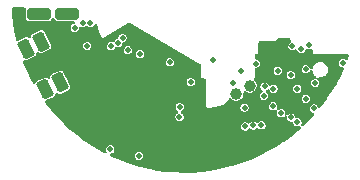
<source format=gbr>
%TF.GenerationSoftware,KiCad,Pcbnew,9.0.0*%
%TF.CreationDate,2025-08-30T10:43:31+02:00*%
%TF.ProjectId,36mm PCB,33366d6d-2050-4434-922e-6b696361645f,rev?*%
%TF.SameCoordinates,Original*%
%TF.FileFunction,Copper,L6,Inr*%
%TF.FilePolarity,Positive*%
%FSLAX46Y46*%
G04 Gerber Fmt 4.6, Leading zero omitted, Abs format (unit mm)*
G04 Created by KiCad (PCBNEW 9.0.0) date 2025-08-30 10:43:31*
%MOMM*%
%LPD*%
G01*
G04 APERTURE LIST*
G04 Aperture macros list*
%AMRoundRect*
0 Rectangle with rounded corners*
0 $1 Rounding radius*
0 $2 $3 $4 $5 $6 $7 $8 $9 X,Y pos of 4 corners*
0 Add a 4 corners polygon primitive as box body*
4,1,4,$2,$3,$4,$5,$6,$7,$8,$9,$2,$3,0*
0 Add four circle primitives for the rounded corners*
1,1,$1+$1,$2,$3*
1,1,$1+$1,$4,$5*
1,1,$1+$1,$6,$7*
1,1,$1+$1,$8,$9*
0 Add four rect primitives between the rounded corners*
20,1,$1+$1,$2,$3,$4,$5,0*
20,1,$1+$1,$4,$5,$6,$7,0*
20,1,$1+$1,$6,$7,$8,$9,0*
20,1,$1+$1,$8,$9,$2,$3,0*%
G04 Aperture macros list end*
%TA.AperFunction,ComponentPad*%
%ADD10RoundRect,0.150000X-0.850000X-0.350000X0.850000X-0.350000X0.850000X0.350000X-0.850000X0.350000X0*%
%TD*%
%TA.AperFunction,ComponentPad*%
%ADD11C,0.500000*%
%TD*%
%TA.AperFunction,ComponentPad*%
%ADD12C,1.000000*%
%TD*%
%TA.AperFunction,ComponentPad*%
%ADD13RoundRect,0.150000X0.591910X-0.441184X0.042506X0.737016X-0.591910X0.441184X-0.042506X-0.737016X0*%
%TD*%
%TA.AperFunction,ViaPad*%
%ADD14C,0.500000*%
%TD*%
G04 APERTURE END LIST*
D10*
%TO.N,GND*%
%TO.C,TP15*%
X190057772Y-114509534D03*
%TD*%
D11*
%TO.N,+3.3V*%
%TO.C,IC6*%
X208542772Y-116831554D03*
%TO.N,I2C1_SDA*%
X210542772Y-117156554D03*
%TO.N,I2C1_SCL*%
X209867772Y-117481554D03*
%TO.N,GND*%
X209117772Y-117264534D03*
%TD*%
D10*
%TO.N,+3V0*%
%TO.C,TP14*%
X187632772Y-114509534D03*
%TD*%
D12*
%TO.N,SYS_SWCLK*%
%TO.C,TP18*%
X205490000Y-120600000D03*
%TD*%
D13*
%TO.N,Net-(C12-Pad2)*%
%TO.C,SW5*%
X189455162Y-120320686D03*
X187849213Y-116876717D03*
%TO.N,+3V0*%
X188186331Y-120912350D03*
X186580382Y-117468382D03*
%TD*%
D12*
%TO.N,SYS_SWDIO*%
%TO.C,TP17*%
X204370000Y-121300000D03*
%TD*%
D14*
%TO.N,I2C1_SDA*%
X199551130Y-123259000D03*
%TO.N,I2C1_SCL*%
X199570000Y-122409000D03*
%TO.N,+3V0*%
X193690000Y-125990000D03*
%TO.N,ADCVBAT*%
X209540000Y-123710000D03*
X194733732Y-116563689D03*
X193750000Y-117280000D03*
%TO.N,+3V0*%
X195190000Y-117600000D03*
%TO.N,GND*%
X206025478Y-118734534D03*
X205110000Y-124060000D03*
X208977772Y-119704534D03*
X209010000Y-123300000D03*
%TO.N,+3.3V*%
X204460000Y-124650000D03*
X199600000Y-121490000D03*
X208490000Y-118950000D03*
X196520000Y-116840000D03*
X212277772Y-118194534D03*
X199590000Y-124350000D03*
%TO.N,NRST*%
X210255935Y-121716592D03*
%TO.N,+3V0*%
X200510000Y-120300000D03*
X208175685Y-122940000D03*
X191740000Y-117240000D03*
%TO.N,Stat*%
X194347311Y-117022689D03*
X196120000Y-126550000D03*
%TO.N,Net-(IC1-MOT2)*%
X202410000Y-118475000D03*
%TO.N,Net-(IC1-MOT1)*%
X204047772Y-120424534D03*
%TO.N,I2C1_SDA*%
X206700000Y-121480000D03*
X196210000Y-117930000D03*
%TO.N,I2C1_SCL*%
X206760000Y-120680000D03*
X198740000Y-118630806D03*
%TO.N,GPIO_Output_Mono*%
X207480000Y-122360000D03*
X192020000Y-115300000D03*
%TO.N,GPIO_EXTI1*%
X205070000Y-122470000D03*
X191370000Y-115300000D03*
%TO.N,GPIO_EXTI9*%
X190680000Y-115700000D03*
X207510000Y-120870000D03*
%TO.N,Tim2_CH3*%
X206492157Y-123967843D03*
X207880000Y-119350000D03*
X210950000Y-122540000D03*
%TO.N,Tim2_CH1*%
X209535196Y-120866133D03*
X205797213Y-123980000D03*
X213391860Y-118690000D03*
%TO.N,Net-(Q4-D_1)*%
X211037772Y-120374534D03*
%TO.N,Net-(Q3-D_1)*%
X210257772Y-119214534D03*
%TO.N,VDD PROG*%
X204770000Y-119390000D03*
%TD*%
%TA.AperFunction,Conductor*%
%TO.N,+3.3V*%
G36*
X186478019Y-114004719D02*
G01*
X186523774Y-114057523D01*
X186533718Y-114126681D01*
X186532596Y-114133233D01*
X186532272Y-114134861D01*
X186532272Y-114884212D01*
X186546804Y-114957269D01*
X186546805Y-114957273D01*
X186557572Y-114973387D01*
X186602171Y-115040135D01*
X186669000Y-115084788D01*
X186685032Y-115095500D01*
X186685036Y-115095501D01*
X186758093Y-115110033D01*
X186758096Y-115110034D01*
X186758098Y-115110034D01*
X188507448Y-115110034D01*
X188507449Y-115110033D01*
X188580512Y-115095500D01*
X188663373Y-115040135D01*
X188718738Y-114957274D01*
X188720110Y-114950379D01*
X188723655Y-114932558D01*
X188756040Y-114870647D01*
X188816755Y-114836073D01*
X188886525Y-114839812D01*
X188943197Y-114880678D01*
X188966889Y-114932558D01*
X188971804Y-114957269D01*
X188971805Y-114957273D01*
X188982572Y-114973387D01*
X189027171Y-115040135D01*
X189094000Y-115084788D01*
X189110032Y-115095500D01*
X189110036Y-115095501D01*
X189183093Y-115110033D01*
X189183096Y-115110034D01*
X190585683Y-115110034D01*
X190652722Y-115129719D01*
X190698477Y-115182523D01*
X190708421Y-115251681D01*
X190679396Y-115315237D01*
X190620618Y-115353011D01*
X190617806Y-115353800D01*
X190544712Y-115373386D01*
X190544711Y-115373386D01*
X190544709Y-115373387D01*
X190544706Y-115373388D01*
X190464794Y-115419526D01*
X190464785Y-115419533D01*
X190399533Y-115484785D01*
X190399526Y-115484794D01*
X190353388Y-115564706D01*
X190353387Y-115564709D01*
X190353386Y-115564711D01*
X190353386Y-115564712D01*
X190329500Y-115653856D01*
X190329500Y-115746144D01*
X190352109Y-115830524D01*
X190353387Y-115835290D01*
X190353388Y-115835293D01*
X190399526Y-115915205D01*
X190399529Y-115915209D01*
X190399531Y-115915212D01*
X190464788Y-115980469D01*
X190464791Y-115980470D01*
X190464794Y-115980473D01*
X190544706Y-116026611D01*
X190544707Y-116026611D01*
X190544712Y-116026614D01*
X190633856Y-116050500D01*
X190633858Y-116050500D01*
X190726142Y-116050500D01*
X190726144Y-116050500D01*
X190815288Y-116026614D01*
X190895212Y-115980469D01*
X190960469Y-115915212D01*
X191006614Y-115835288D01*
X191030500Y-115746144D01*
X191030500Y-115723486D01*
X191050185Y-115656447D01*
X191102989Y-115610692D01*
X191172147Y-115600748D01*
X191216503Y-115616101D01*
X191234708Y-115626612D01*
X191234709Y-115626612D01*
X191234712Y-115626614D01*
X191323856Y-115650500D01*
X191323858Y-115650500D01*
X191416142Y-115650500D01*
X191416144Y-115650500D01*
X191505288Y-115626614D01*
X191585212Y-115580469D01*
X191607319Y-115558362D01*
X191668642Y-115524877D01*
X191738334Y-115529861D01*
X191782681Y-115558362D01*
X191804788Y-115580469D01*
X191804791Y-115580470D01*
X191804794Y-115580473D01*
X191884706Y-115626611D01*
X191884707Y-115626611D01*
X191884712Y-115626614D01*
X191973856Y-115650500D01*
X191973858Y-115650500D01*
X192066142Y-115650500D01*
X192066144Y-115650500D01*
X192155288Y-115626614D01*
X192235212Y-115580469D01*
X192300469Y-115515212D01*
X192346614Y-115435288D01*
X192346614Y-115435285D01*
X192348380Y-115432228D01*
X192398948Y-115384013D01*
X192467555Y-115370791D01*
X192532419Y-115396759D01*
X192572947Y-115453673D01*
X192575188Y-115460845D01*
X192628203Y-115650499D01*
X192650409Y-115729936D01*
X192650411Y-115729945D01*
X192811861Y-116194433D01*
X192811870Y-116194456D01*
X192890104Y-116381266D01*
X192890106Y-116381271D01*
X192896505Y-116396554D01*
X192898214Y-116409527D01*
X192911767Y-116433003D01*
X192914818Y-116440288D01*
X192914822Y-116440295D01*
X192922247Y-116458031D01*
X192926265Y-116463996D01*
X192933361Y-116473206D01*
X192938095Y-116478604D01*
X192953351Y-116490310D01*
X192953354Y-116490313D01*
X192959616Y-116495118D01*
X192978860Y-116514218D01*
X192990980Y-116519185D01*
X193001375Y-116527161D01*
X193001376Y-116527162D01*
X193027575Y-116534182D01*
X193052667Y-116544465D01*
X193065766Y-116544415D01*
X193078423Y-116547807D01*
X193105315Y-116544266D01*
X193132430Y-116544164D01*
X193144512Y-116539105D01*
X193149223Y-116538484D01*
X193157504Y-116537395D01*
X193180992Y-116523834D01*
X193206007Y-116513362D01*
X193215235Y-116504063D01*
X195226343Y-115342949D01*
X195294240Y-115326477D01*
X195350339Y-115342949D01*
X201144816Y-118688392D01*
X201183715Y-118710850D01*
X201205485Y-118726811D01*
X201208694Y-118729752D01*
X201229688Y-118737393D01*
X201249035Y-118748563D01*
X201266804Y-118750902D01*
X201283648Y-118757033D01*
X201286893Y-118756891D01*
X201293800Y-118758595D01*
X201295720Y-118758891D01*
X201295693Y-118759062D01*
X201354728Y-118773631D01*
X201402744Y-118824387D01*
X201416302Y-118881732D01*
X201407771Y-119984533D01*
X201407772Y-119984534D01*
X201659469Y-119984534D01*
X201726508Y-120004219D01*
X201772263Y-120057023D01*
X201783469Y-120108534D01*
X201783469Y-122279830D01*
X201779710Y-122295388D01*
X201783469Y-122319345D01*
X201783469Y-122343590D01*
X201783470Y-122343596D01*
X201783943Y-122344738D01*
X201791880Y-122372957D01*
X201792072Y-122374181D01*
X201792075Y-122374190D01*
X201799673Y-122386629D01*
X201799673Y-122386630D01*
X201804714Y-122394884D01*
X201813993Y-122417284D01*
X201825306Y-122428597D01*
X201833000Y-122441193D01*
X201833002Y-122441195D01*
X201833650Y-122442255D01*
X201833652Y-122442258D01*
X201853247Y-122456538D01*
X201870395Y-122473686D01*
X201885180Y-122479810D01*
X201898114Y-122489236D01*
X201921686Y-122494931D01*
X201944087Y-122504210D01*
X201960088Y-122504210D01*
X201974445Y-122507679D01*
X201975167Y-122507853D01*
X201975645Y-122507968D01*
X201975646Y-122507969D01*
X201975646Y-122507968D01*
X201975647Y-122507969D01*
X201990051Y-122505708D01*
X202009271Y-122504210D01*
X202023850Y-122504210D01*
X202023851Y-122504210D01*
X202024994Y-122503736D01*
X202053232Y-122495793D01*
X202080551Y-122491506D01*
X202185540Y-122475033D01*
X202397469Y-122435888D01*
X202462613Y-122423856D01*
X204719500Y-122423856D01*
X204719500Y-122516144D01*
X204738256Y-122586144D01*
X204743387Y-122605290D01*
X204743388Y-122605293D01*
X204789526Y-122685205D01*
X204789529Y-122685209D01*
X204789531Y-122685212D01*
X204854788Y-122750469D01*
X204854791Y-122750470D01*
X204854794Y-122750473D01*
X204934706Y-122796611D01*
X204934707Y-122796611D01*
X204934712Y-122796614D01*
X205023856Y-122820500D01*
X205023858Y-122820500D01*
X205116142Y-122820500D01*
X205116144Y-122820500D01*
X205205288Y-122796614D01*
X205285212Y-122750469D01*
X205350469Y-122685212D01*
X205396614Y-122605288D01*
X205420500Y-122516144D01*
X205420500Y-122423856D01*
X205396614Y-122334712D01*
X205390888Y-122324794D01*
X205350473Y-122254794D01*
X205350470Y-122254791D01*
X205350469Y-122254788D01*
X205285212Y-122189531D01*
X205285209Y-122189529D01*
X205285205Y-122189526D01*
X205205293Y-122143388D01*
X205205290Y-122143387D01*
X205205289Y-122143386D01*
X205205288Y-122143386D01*
X205116144Y-122119500D01*
X205023856Y-122119500D01*
X204934712Y-122143386D01*
X204934711Y-122143386D01*
X204934709Y-122143387D01*
X204934706Y-122143388D01*
X204854794Y-122189526D01*
X204854785Y-122189533D01*
X204789533Y-122254785D01*
X204789526Y-122254794D01*
X204743388Y-122334706D01*
X204743387Y-122334709D01*
X204743386Y-122334711D01*
X204743386Y-122334712D01*
X204719500Y-122423856D01*
X202462613Y-122423856D01*
X202524926Y-122412347D01*
X202862506Y-122340518D01*
X202977732Y-122312729D01*
X202980460Y-122312127D01*
X203030280Y-122300068D01*
X203030281Y-122300070D01*
X203045439Y-122296401D01*
X203045543Y-122296406D01*
X203045537Y-122296378D01*
X203047878Y-122295812D01*
X203069036Y-122290711D01*
X203069038Y-122290709D01*
X203081483Y-122287708D01*
X203081743Y-122287615D01*
X203115610Y-122279421D01*
X203277092Y-122210484D01*
X203424893Y-122115701D01*
X203554911Y-121997700D01*
X203663540Y-121859755D01*
X203731509Y-121735427D01*
X203780939Y-121686047D01*
X203849219Y-121671229D01*
X203914671Y-121695679D01*
X203927992Y-121707228D01*
X204001284Y-121780520D01*
X204001286Y-121780521D01*
X204001290Y-121780524D01*
X204124884Y-121851880D01*
X204138216Y-121859577D01*
X204290943Y-121900500D01*
X204290945Y-121900500D01*
X204449055Y-121900500D01*
X204449057Y-121900500D01*
X204601784Y-121859577D01*
X204738716Y-121780520D01*
X204850520Y-121668716D01*
X204929577Y-121531784D01*
X204955817Y-121433856D01*
X206349500Y-121433856D01*
X206349500Y-121526144D01*
X206371693Y-121608971D01*
X206373387Y-121615290D01*
X206373388Y-121615293D01*
X206419526Y-121695205D01*
X206419529Y-121695209D01*
X206419531Y-121695212D01*
X206484788Y-121760469D01*
X206484791Y-121760470D01*
X206484794Y-121760473D01*
X206564706Y-121806611D01*
X206564707Y-121806611D01*
X206564712Y-121806614D01*
X206653856Y-121830500D01*
X206653858Y-121830500D01*
X206746142Y-121830500D01*
X206746144Y-121830500D01*
X206835288Y-121806614D01*
X206915212Y-121760469D01*
X206980469Y-121695212D01*
X206994767Y-121670448D01*
X209905435Y-121670448D01*
X209905435Y-121762736D01*
X209923592Y-121830500D01*
X209929322Y-121851882D01*
X209929323Y-121851885D01*
X209975461Y-121931797D01*
X209975464Y-121931801D01*
X209975466Y-121931804D01*
X210040723Y-121997061D01*
X210040726Y-121997062D01*
X210040729Y-121997065D01*
X210120641Y-122043203D01*
X210120642Y-122043203D01*
X210120647Y-122043206D01*
X210209791Y-122067092D01*
X210209793Y-122067092D01*
X210302077Y-122067092D01*
X210302079Y-122067092D01*
X210391223Y-122043206D01*
X210471147Y-121997061D01*
X210536404Y-121931804D01*
X210582549Y-121851880D01*
X210606435Y-121762736D01*
X210606435Y-121670448D01*
X210582549Y-121581304D01*
X210576102Y-121570137D01*
X210536408Y-121501386D01*
X210536405Y-121501383D01*
X210536404Y-121501380D01*
X210471147Y-121436123D01*
X210471144Y-121436121D01*
X210471140Y-121436118D01*
X210391228Y-121389980D01*
X210391225Y-121389979D01*
X210391224Y-121389978D01*
X210391223Y-121389978D01*
X210302079Y-121366092D01*
X210209791Y-121366092D01*
X210120647Y-121389978D01*
X210120646Y-121389978D01*
X210120644Y-121389979D01*
X210120641Y-121389980D01*
X210040729Y-121436118D01*
X210040720Y-121436125D01*
X209975468Y-121501377D01*
X209975461Y-121501386D01*
X209929323Y-121581298D01*
X209929322Y-121581301D01*
X209929321Y-121581303D01*
X209929321Y-121581304D01*
X209905435Y-121670448D01*
X206994767Y-121670448D01*
X207026614Y-121615288D01*
X207050500Y-121526144D01*
X207050500Y-121433856D01*
X207026614Y-121344712D01*
X207026611Y-121344706D01*
X206980473Y-121264794D01*
X206980470Y-121264791D01*
X206980469Y-121264788D01*
X206915212Y-121199531D01*
X206915209Y-121199529D01*
X206910418Y-121195853D01*
X206893007Y-121172008D01*
X206873511Y-121149854D01*
X206872640Y-121144114D01*
X206869216Y-121139424D01*
X206867460Y-121109954D01*
X206863036Y-121080774D01*
X206865407Y-121075474D01*
X206865062Y-121069678D01*
X206879517Y-121043939D01*
X206891572Y-121016998D01*
X206897347Y-121012191D01*
X206899276Y-121008758D01*
X206918067Y-120993681D01*
X206920936Y-120991805D01*
X206975212Y-120960469D01*
X206987151Y-120948529D01*
X206997904Y-120941502D01*
X207019539Y-120934968D01*
X207039378Y-120924134D01*
X207052346Y-120925060D01*
X207064790Y-120921303D01*
X207086523Y-120927503D01*
X207109070Y-120929115D01*
X207119478Y-120936905D01*
X207131979Y-120940472D01*
X207146909Y-120957437D01*
X207165006Y-120970983D01*
X207176330Y-120990869D01*
X207178138Y-120992923D01*
X207178369Y-120994449D01*
X207180307Y-120997852D01*
X207183390Y-121005297D01*
X207229526Y-121085205D01*
X207229529Y-121085209D01*
X207229531Y-121085212D01*
X207294788Y-121150469D01*
X207294791Y-121150470D01*
X207294794Y-121150473D01*
X207374706Y-121196611D01*
X207374707Y-121196611D01*
X207374712Y-121196614D01*
X207463856Y-121220500D01*
X207463858Y-121220500D01*
X207556142Y-121220500D01*
X207556144Y-121220500D01*
X207645288Y-121196614D01*
X207725212Y-121150469D01*
X207790469Y-121085212D01*
X207836614Y-121005288D01*
X207860500Y-120916144D01*
X207860500Y-120823856D01*
X207859464Y-120819989D01*
X209184696Y-120819989D01*
X209184696Y-120912277D01*
X209206508Y-120993681D01*
X209208583Y-121001423D01*
X209208584Y-121001426D01*
X209254722Y-121081338D01*
X209254725Y-121081342D01*
X209254727Y-121081345D01*
X209319984Y-121146602D01*
X209319987Y-121146603D01*
X209319990Y-121146606D01*
X209399902Y-121192744D01*
X209399903Y-121192744D01*
X209399908Y-121192747D01*
X209489052Y-121216633D01*
X209489054Y-121216633D01*
X209581338Y-121216633D01*
X209581340Y-121216633D01*
X209670484Y-121192747D01*
X209750408Y-121146602D01*
X209815665Y-121081345D01*
X209861810Y-121001421D01*
X209885696Y-120912277D01*
X209885696Y-120819989D01*
X209861810Y-120730845D01*
X209859096Y-120726144D01*
X209815669Y-120650927D01*
X209815666Y-120650924D01*
X209815665Y-120650921D01*
X209750408Y-120585664D01*
X209750405Y-120585662D01*
X209750401Y-120585659D01*
X209670489Y-120539521D01*
X209670486Y-120539520D01*
X209670485Y-120539519D01*
X209670484Y-120539519D01*
X209581340Y-120515633D01*
X209489052Y-120515633D01*
X209399908Y-120539519D01*
X209399907Y-120539519D01*
X209399905Y-120539520D01*
X209399902Y-120539521D01*
X209319990Y-120585659D01*
X209319981Y-120585666D01*
X209254729Y-120650918D01*
X209254722Y-120650927D01*
X209208584Y-120730839D01*
X209208583Y-120730842D01*
X209208582Y-120730844D01*
X209208582Y-120730845D01*
X209184696Y-120819989D01*
X207859464Y-120819989D01*
X207836614Y-120734712D01*
X207836611Y-120734706D01*
X207790473Y-120654794D01*
X207790470Y-120654791D01*
X207790469Y-120654788D01*
X207725212Y-120589531D01*
X207725209Y-120589529D01*
X207725205Y-120589526D01*
X207645293Y-120543388D01*
X207645290Y-120543387D01*
X207645289Y-120543386D01*
X207645288Y-120543386D01*
X207556144Y-120519500D01*
X207463856Y-120519500D01*
X207374712Y-120543386D01*
X207374711Y-120543386D01*
X207374709Y-120543387D01*
X207374706Y-120543388D01*
X207294794Y-120589526D01*
X207294782Y-120589536D01*
X207291932Y-120592386D01*
X207288938Y-120594020D01*
X207288342Y-120594478D01*
X207288270Y-120594385D01*
X207230607Y-120625868D01*
X207160916Y-120620879D01*
X207104985Y-120579005D01*
X207089691Y-120552143D01*
X207086615Y-120544716D01*
X207086614Y-120544712D01*
X207086611Y-120544706D01*
X207086610Y-120544704D01*
X207040473Y-120464794D01*
X207040470Y-120464791D01*
X207040469Y-120464788D01*
X206975212Y-120399531D01*
X206975209Y-120399529D01*
X206975205Y-120399526D01*
X206895293Y-120353388D01*
X206895290Y-120353387D01*
X206895289Y-120353386D01*
X206895288Y-120353386D01*
X206806144Y-120329500D01*
X206713856Y-120329500D01*
X206624712Y-120353386D01*
X206624711Y-120353386D01*
X206624709Y-120353387D01*
X206624706Y-120353388D01*
X206544794Y-120399526D01*
X206544785Y-120399533D01*
X206479533Y-120464785D01*
X206479526Y-120464794D01*
X206433388Y-120544706D01*
X206433387Y-120544709D01*
X206433386Y-120544711D01*
X206433386Y-120544712D01*
X206409500Y-120633856D01*
X206409500Y-120726144D01*
X206429162Y-120799525D01*
X206433387Y-120815290D01*
X206433388Y-120815293D01*
X206479526Y-120895205D01*
X206479529Y-120895209D01*
X206479531Y-120895212D01*
X206544788Y-120960469D01*
X206544790Y-120960470D01*
X206549579Y-120964145D01*
X206590782Y-121020573D01*
X206594937Y-121090319D01*
X206560725Y-121151239D01*
X206536096Y-121169906D01*
X206484793Y-121199527D01*
X206484785Y-121199533D01*
X206419533Y-121264785D01*
X206419526Y-121264794D01*
X206373388Y-121344706D01*
X206373387Y-121344709D01*
X206373386Y-121344711D01*
X206373386Y-121344712D01*
X206349500Y-121433856D01*
X204955817Y-121433856D01*
X204970500Y-121379057D01*
X204970500Y-121220943D01*
X204969458Y-121217055D01*
X204969920Y-121203608D01*
X204977805Y-121179807D01*
X204981665Y-121155030D01*
X204988604Y-121147208D01*
X204991893Y-121137283D01*
X205011395Y-121121522D01*
X205028037Y-121102767D01*
X205038103Y-121099939D01*
X205046236Y-121093367D01*
X205071163Y-121090652D01*
X205095303Y-121083871D01*
X205106138Y-121086842D01*
X205115695Y-121085802D01*
X205131998Y-121093934D01*
X205155846Y-121100475D01*
X205231433Y-121144114D01*
X205258216Y-121159577D01*
X205410943Y-121200500D01*
X205410945Y-121200500D01*
X205569055Y-121200500D01*
X205569057Y-121200500D01*
X205721784Y-121159577D01*
X205858716Y-121080520D01*
X205970520Y-120968716D01*
X206049577Y-120831784D01*
X206090500Y-120679057D01*
X206090500Y-120520943D01*
X206049577Y-120368216D01*
X206026584Y-120328390D01*
X205970524Y-120231290D01*
X205970518Y-120231282D01*
X205903452Y-120164216D01*
X205869967Y-120102893D01*
X205874951Y-120033201D01*
X205903452Y-119988854D01*
X205907772Y-119984534D01*
X205907772Y-119303856D01*
X207529500Y-119303856D01*
X207529500Y-119396144D01*
X207547142Y-119461986D01*
X207553387Y-119485290D01*
X207553388Y-119485293D01*
X207599526Y-119565205D01*
X207599529Y-119565209D01*
X207599531Y-119565212D01*
X207664788Y-119630469D01*
X207664791Y-119630470D01*
X207664794Y-119630473D01*
X207744706Y-119676611D01*
X207744707Y-119676611D01*
X207744712Y-119676614D01*
X207833856Y-119700500D01*
X207833858Y-119700500D01*
X207926142Y-119700500D01*
X207926144Y-119700500D01*
X208015288Y-119676614D01*
X208046852Y-119658390D01*
X208627272Y-119658390D01*
X208627272Y-119750678D01*
X208648794Y-119831000D01*
X208651159Y-119839824D01*
X208651160Y-119839827D01*
X208697298Y-119919739D01*
X208697301Y-119919743D01*
X208697303Y-119919746D01*
X208762560Y-119985003D01*
X208762563Y-119985004D01*
X208762566Y-119985007D01*
X208842478Y-120031145D01*
X208842479Y-120031145D01*
X208842484Y-120031148D01*
X208931628Y-120055034D01*
X208931630Y-120055034D01*
X209023914Y-120055034D01*
X209023916Y-120055034D01*
X209113060Y-120031148D01*
X209192984Y-119985003D01*
X209258241Y-119919746D01*
X209304386Y-119839822D01*
X209328272Y-119750678D01*
X209328272Y-119658390D01*
X209304386Y-119569246D01*
X209304212Y-119568944D01*
X209258245Y-119489328D01*
X209258242Y-119489325D01*
X209258241Y-119489322D01*
X209192984Y-119424065D01*
X209192981Y-119424063D01*
X209192977Y-119424060D01*
X209113065Y-119377922D01*
X209113062Y-119377921D01*
X209113061Y-119377920D01*
X209113060Y-119377920D01*
X209023916Y-119354034D01*
X208931628Y-119354034D01*
X208842484Y-119377920D01*
X208842483Y-119377920D01*
X208842481Y-119377921D01*
X208842478Y-119377922D01*
X208762566Y-119424060D01*
X208762557Y-119424067D01*
X208697305Y-119489319D01*
X208697298Y-119489328D01*
X208651160Y-119569240D01*
X208651159Y-119569243D01*
X208651158Y-119569245D01*
X208651158Y-119569246D01*
X208627272Y-119658390D01*
X208046852Y-119658390D01*
X208095212Y-119630469D01*
X208160469Y-119565212D01*
X208206614Y-119485288D01*
X208230500Y-119396144D01*
X208230500Y-119303856D01*
X208206614Y-119214712D01*
X208198330Y-119200364D01*
X208179870Y-119168390D01*
X209907272Y-119168390D01*
X209907272Y-119260678D01*
X209930190Y-119346211D01*
X209931159Y-119349824D01*
X209931160Y-119349827D01*
X209977298Y-119429739D01*
X209977301Y-119429743D01*
X209977303Y-119429746D01*
X210042560Y-119495003D01*
X210042563Y-119495004D01*
X210042566Y-119495007D01*
X210122478Y-119541145D01*
X210122479Y-119541145D01*
X210122484Y-119541148D01*
X210211628Y-119565034D01*
X210211630Y-119565034D01*
X210303914Y-119565034D01*
X210303916Y-119565034D01*
X210393060Y-119541148D01*
X210472984Y-119495003D01*
X210538241Y-119429746D01*
X210584386Y-119349822D01*
X210584387Y-119349815D01*
X210587494Y-119342318D01*
X210589090Y-119342979D01*
X210620319Y-119291725D01*
X210683162Y-119261186D01*
X210752538Y-119269470D01*
X210806423Y-119313947D01*
X210825361Y-119359273D01*
X210842269Y-119444273D01*
X210842271Y-119444278D01*
X210891305Y-119562658D01*
X210891310Y-119562667D01*
X210962495Y-119669202D01*
X210962498Y-119669206D01*
X211053099Y-119759807D01*
X211053103Y-119759810D01*
X211108659Y-119796932D01*
X211153464Y-119850544D01*
X211162171Y-119919869D01*
X211132016Y-119982897D01*
X211072573Y-120019616D01*
X211039768Y-120024034D01*
X210991628Y-120024034D01*
X210902484Y-120047920D01*
X210902483Y-120047920D01*
X210902481Y-120047921D01*
X210902478Y-120047922D01*
X210822566Y-120094060D01*
X210822557Y-120094067D01*
X210757305Y-120159319D01*
X210757298Y-120159328D01*
X210711160Y-120239240D01*
X210711159Y-120239243D01*
X210711158Y-120239245D01*
X210711158Y-120239246D01*
X210687272Y-120328390D01*
X210687272Y-120420678D01*
X210703785Y-120482307D01*
X210711159Y-120509824D01*
X210711160Y-120509827D01*
X210757298Y-120589739D01*
X210757301Y-120589743D01*
X210757303Y-120589746D01*
X210822560Y-120655003D01*
X210822563Y-120655004D01*
X210822566Y-120655007D01*
X210902478Y-120701145D01*
X210902479Y-120701145D01*
X210902484Y-120701148D01*
X210991628Y-120725034D01*
X210991630Y-120725034D01*
X211083914Y-120725034D01*
X211083916Y-120725034D01*
X211173060Y-120701148D01*
X211252984Y-120655003D01*
X211318241Y-120589746D01*
X211364386Y-120509822D01*
X211388272Y-120420678D01*
X211388272Y-120328390D01*
X211364386Y-120239246D01*
X211364383Y-120239240D01*
X211318245Y-120159328D01*
X211318242Y-120159325D01*
X211318241Y-120159322D01*
X211268638Y-120109719D01*
X211235153Y-120048396D01*
X211240137Y-119978704D01*
X211282009Y-119922771D01*
X211347473Y-119898354D01*
X211380511Y-119900421D01*
X211403701Y-119905034D01*
X211403703Y-119905034D01*
X211531843Y-119905034D01*
X211616387Y-119888216D01*
X211657516Y-119880035D01*
X211775899Y-119830999D01*
X211882441Y-119759810D01*
X211973048Y-119669203D01*
X212044237Y-119562661D01*
X212093273Y-119444278D01*
X212102848Y-119396142D01*
X212118272Y-119318605D01*
X212118272Y-119190462D01*
X212093274Y-119064795D01*
X212093273Y-119064794D01*
X212093273Y-119064790D01*
X212055346Y-118973226D01*
X212044238Y-118946409D01*
X212044233Y-118946400D01*
X211973048Y-118839865D01*
X211973045Y-118839861D01*
X211882444Y-118749260D01*
X211882440Y-118749257D01*
X211775905Y-118678072D01*
X211775896Y-118678067D01*
X211657516Y-118629033D01*
X211657510Y-118629031D01*
X211531843Y-118604034D01*
X211531841Y-118604034D01*
X211403703Y-118604034D01*
X211403701Y-118604034D01*
X211278033Y-118629031D01*
X211278027Y-118629033D01*
X211159647Y-118678067D01*
X211159638Y-118678072D01*
X211053103Y-118749257D01*
X211053099Y-118749260D01*
X210962498Y-118839861D01*
X210962495Y-118839865D01*
X210891310Y-118946400D01*
X210891305Y-118946409D01*
X210842271Y-119064789D01*
X210842269Y-119064795D01*
X210834495Y-119103879D01*
X210802110Y-119165790D01*
X210741394Y-119200364D01*
X210671624Y-119196623D01*
X210614952Y-119155757D01*
X210593103Y-119111780D01*
X210590986Y-119103879D01*
X210584386Y-119079246D01*
X210584383Y-119079240D01*
X210538245Y-118999328D01*
X210538242Y-118999325D01*
X210538241Y-118999322D01*
X210472984Y-118934065D01*
X210472981Y-118934063D01*
X210472977Y-118934060D01*
X210393065Y-118887922D01*
X210393062Y-118887921D01*
X210393061Y-118887920D01*
X210393060Y-118887920D01*
X210303916Y-118864034D01*
X210211628Y-118864034D01*
X210122484Y-118887920D01*
X210122483Y-118887920D01*
X210122481Y-118887921D01*
X210122478Y-118887922D01*
X210042566Y-118934060D01*
X210042557Y-118934067D01*
X209977305Y-118999319D01*
X209977298Y-118999328D01*
X209931160Y-119079240D01*
X209931159Y-119079243D01*
X209931158Y-119079245D01*
X209931158Y-119079246D01*
X209907272Y-119168390D01*
X208179870Y-119168390D01*
X208160473Y-119134794D01*
X208160470Y-119134791D01*
X208160469Y-119134788D01*
X208095212Y-119069531D01*
X208095209Y-119069529D01*
X208095205Y-119069526D01*
X208015293Y-119023388D01*
X208015290Y-119023387D01*
X208015289Y-119023386D01*
X208015288Y-119023386D01*
X207926144Y-118999500D01*
X207833856Y-118999500D01*
X207744712Y-119023386D01*
X207744711Y-119023386D01*
X207744709Y-119023387D01*
X207744706Y-119023388D01*
X207664794Y-119069526D01*
X207664785Y-119069533D01*
X207599533Y-119134785D01*
X207599526Y-119134794D01*
X207553388Y-119214706D01*
X207553387Y-119214709D01*
X207553386Y-119214711D01*
X207553386Y-119214712D01*
X207529500Y-119303856D01*
X205907772Y-119303856D01*
X205907772Y-119209034D01*
X205927457Y-119141995D01*
X205980261Y-119096240D01*
X206031772Y-119085034D01*
X206071620Y-119085034D01*
X206071622Y-119085034D01*
X206160766Y-119061148D01*
X206240690Y-119015003D01*
X206305947Y-118949746D01*
X206352092Y-118869822D01*
X206375978Y-118780678D01*
X206375978Y-118688390D01*
X206352092Y-118599246D01*
X206343672Y-118584662D01*
X206305951Y-118519328D01*
X206305948Y-118519325D01*
X206305947Y-118519322D01*
X206240690Y-118454065D01*
X206240687Y-118454063D01*
X206240683Y-118454060D01*
X206160771Y-118407922D01*
X206160768Y-118407921D01*
X206160767Y-118407920D01*
X206160766Y-118407920D01*
X206071622Y-118384034D01*
X206031772Y-118384034D01*
X206023086Y-118381483D01*
X206014125Y-118382772D01*
X205990084Y-118371793D01*
X205964733Y-118364349D01*
X205958805Y-118357508D01*
X205950569Y-118353747D01*
X205936279Y-118331512D01*
X205918978Y-118311545D01*
X205916690Y-118301030D01*
X205912795Y-118294969D01*
X205907772Y-118260034D01*
X205907772Y-118057590D01*
X205927457Y-117990551D01*
X205980261Y-117944796D01*
X206031772Y-117933590D01*
X206074760Y-117933590D01*
X206074762Y-117933590D01*
X206148454Y-117903066D01*
X206204856Y-117846664D01*
X206235380Y-117772972D01*
X206235380Y-116958346D01*
X206255065Y-116891307D01*
X206307869Y-116845552D01*
X206359380Y-116834346D01*
X207545529Y-116834346D01*
X207567534Y-116838226D01*
X207585035Y-116834346D01*
X207602956Y-116834346D01*
X207623596Y-116825796D01*
X207645407Y-116820961D01*
X207660087Y-116810681D01*
X207676648Y-116803822D01*
X207684773Y-116795696D01*
X207701328Y-116781803D01*
X207946931Y-116609832D01*
X208003842Y-116569983D01*
X208070048Y-116547656D01*
X208074965Y-116547558D01*
X208779341Y-116547558D01*
X208782130Y-116548376D01*
X208784954Y-116547685D01*
X208815455Y-116558162D01*
X208846380Y-116567243D01*
X208849117Y-116569725D01*
X208851034Y-116570384D01*
X208858498Y-116578233D01*
X208876634Y-116594681D01*
X208880577Y-116599671D01*
X208927662Y-116673746D01*
X209004032Y-116755910D01*
X209007114Y-116759811D01*
X209018391Y-116787791D01*
X209031869Y-116814773D01*
X209031317Y-116819864D01*
X209033232Y-116824615D01*
X209027592Y-116854245D01*
X209024343Y-116884236D01*
X209021125Y-116888221D01*
X209020168Y-116893253D01*
X208999401Y-116915133D01*
X208980456Y-116938603D01*
X208972102Y-116943897D01*
X208972070Y-116943931D01*
X208972035Y-116943939D01*
X208971823Y-116944074D01*
X208902563Y-116984062D01*
X208902557Y-116984067D01*
X208837305Y-117049319D01*
X208837298Y-117049328D01*
X208791160Y-117129240D01*
X208791159Y-117129243D01*
X208791158Y-117129245D01*
X208791158Y-117129246D01*
X208767272Y-117218390D01*
X208767272Y-117310678D01*
X208787131Y-117384794D01*
X208791159Y-117399824D01*
X208791160Y-117399827D01*
X208837298Y-117479739D01*
X208837301Y-117479743D01*
X208837303Y-117479746D01*
X208902560Y-117545003D01*
X208902563Y-117545004D01*
X208902566Y-117545007D01*
X208982478Y-117591145D01*
X208982479Y-117591145D01*
X208982484Y-117591148D01*
X209071628Y-117615034D01*
X209071630Y-117615034D01*
X209163914Y-117615034D01*
X209163916Y-117615034D01*
X209253060Y-117591148D01*
X209332984Y-117545003D01*
X209332989Y-117544997D01*
X209339430Y-117540056D01*
X209340907Y-117541981D01*
X209391418Y-117514389D01*
X209461110Y-117519362D01*
X209517051Y-117561223D01*
X209537570Y-117603454D01*
X209540121Y-117612972D01*
X209541159Y-117616846D01*
X209541160Y-117616847D01*
X209587298Y-117696759D01*
X209587301Y-117696763D01*
X209587303Y-117696766D01*
X209652560Y-117762023D01*
X209652563Y-117762024D01*
X209652566Y-117762027D01*
X209732478Y-117808165D01*
X209732479Y-117808165D01*
X209732484Y-117808168D01*
X209821628Y-117832054D01*
X209821630Y-117832054D01*
X209913914Y-117832054D01*
X209913916Y-117832054D01*
X210003060Y-117808168D01*
X210082984Y-117762023D01*
X210148241Y-117696766D01*
X210194386Y-117616842D01*
X210212130Y-117550618D01*
X210248493Y-117490961D01*
X210311340Y-117460431D01*
X210380716Y-117468725D01*
X210393904Y-117475327D01*
X210398077Y-117477737D01*
X210407481Y-117483167D01*
X210407483Y-117483167D01*
X210407484Y-117483168D01*
X210496628Y-117507054D01*
X210496630Y-117507054D01*
X210588914Y-117507054D01*
X210588916Y-117507054D01*
X210678060Y-117483168D01*
X210678066Y-117483164D01*
X210680232Y-117482268D01*
X210682212Y-117482055D01*
X210685911Y-117481064D01*
X210686065Y-117481640D01*
X210749702Y-117474799D01*
X210812181Y-117506074D01*
X210847833Y-117566163D01*
X210851685Y-117596829D01*
X210851685Y-117772973D01*
X210869181Y-117815212D01*
X210882209Y-117846664D01*
X210938611Y-117903066D01*
X211012303Y-117933590D01*
X211092067Y-117933590D01*
X213774735Y-117933590D01*
X213841774Y-117953275D01*
X213887529Y-118006079D01*
X213897473Y-118075237D01*
X213892097Y-118097617D01*
X213804435Y-118354647D01*
X213764164Y-118411744D01*
X213699417Y-118438004D01*
X213630751Y-118425091D01*
X213611583Y-118412993D01*
X213607067Y-118409527D01*
X213527153Y-118363388D01*
X213527150Y-118363387D01*
X213527149Y-118363386D01*
X213527148Y-118363386D01*
X213438004Y-118339500D01*
X213345716Y-118339500D01*
X213256572Y-118363386D01*
X213256571Y-118363386D01*
X213256569Y-118363387D01*
X213256566Y-118363388D01*
X213176654Y-118409526D01*
X213176645Y-118409533D01*
X213111393Y-118474785D01*
X213111386Y-118474794D01*
X213065248Y-118554706D01*
X213065247Y-118554709D01*
X213065246Y-118554711D01*
X213065246Y-118554712D01*
X213041360Y-118643856D01*
X213041360Y-118736144D01*
X213053292Y-118780676D01*
X213065247Y-118825290D01*
X213065248Y-118825293D01*
X213111386Y-118905205D01*
X213111389Y-118905209D01*
X213111391Y-118905212D01*
X213176648Y-118970469D01*
X213176651Y-118970470D01*
X213176654Y-118970473D01*
X213256566Y-119016611D01*
X213256567Y-119016611D01*
X213256572Y-119016614D01*
X213345716Y-119040500D01*
X213345724Y-119040500D01*
X213353776Y-119041561D01*
X213353444Y-119044078D01*
X213408298Y-119060185D01*
X213454053Y-119112989D01*
X213463997Y-119182147D01*
X213453936Y-119216268D01*
X213205472Y-119757064D01*
X213202686Y-119762741D01*
X212858379Y-120421396D01*
X212855308Y-120426923D01*
X212477867Y-121067185D01*
X212474518Y-121072548D01*
X212064939Y-121692725D01*
X212061321Y-121697911D01*
X211620655Y-122296409D01*
X211616778Y-122301403D01*
X211492839Y-122452905D01*
X211435155Y-122492330D01*
X211365313Y-122494309D01*
X211305488Y-122458215D01*
X211280141Y-122412042D01*
X211279722Y-122412216D01*
X211278141Y-122408400D01*
X211277088Y-122406481D01*
X211276997Y-122406142D01*
X211276614Y-122404712D01*
X211276611Y-122404706D01*
X211230473Y-122324794D01*
X211230470Y-122324791D01*
X211230469Y-122324788D01*
X211165212Y-122259531D01*
X211165209Y-122259529D01*
X211165205Y-122259526D01*
X211085293Y-122213388D01*
X211085290Y-122213387D01*
X211085289Y-122213386D01*
X211085288Y-122213386D01*
X210996144Y-122189500D01*
X210903856Y-122189500D01*
X210814712Y-122213386D01*
X210814711Y-122213386D01*
X210814709Y-122213387D01*
X210814706Y-122213388D01*
X210734794Y-122259526D01*
X210734785Y-122259533D01*
X210669533Y-122324785D01*
X210669526Y-122324794D01*
X210623388Y-122404706D01*
X210623387Y-122404709D01*
X210623386Y-122404711D01*
X210623386Y-122404712D01*
X210599500Y-122493856D01*
X210599500Y-122586144D01*
X210619589Y-122661118D01*
X210623387Y-122675290D01*
X210623388Y-122675293D01*
X210669526Y-122755205D01*
X210669529Y-122755209D01*
X210669531Y-122755212D01*
X210734788Y-122820469D01*
X210734791Y-122820470D01*
X210734794Y-122820473D01*
X210814706Y-122866611D01*
X210814708Y-122866612D01*
X210814709Y-122866612D01*
X210814712Y-122866614D01*
X210892628Y-122887491D01*
X210952286Y-122923854D01*
X210982816Y-122986701D01*
X210974522Y-123056077D01*
X210952382Y-123090570D01*
X210642737Y-123431972D01*
X210638371Y-123436546D01*
X210111644Y-123960898D01*
X210107050Y-123965243D01*
X210043911Y-124021991D01*
X209980893Y-124052165D01*
X209911565Y-124043477D01*
X209857940Y-123998688D01*
X209837042Y-123932016D01*
X209853636Y-123867765D01*
X209866614Y-123845288D01*
X209890500Y-123756144D01*
X209890500Y-123663856D01*
X209866614Y-123574712D01*
X209866611Y-123574706D01*
X209820473Y-123494794D01*
X209820470Y-123494791D01*
X209820469Y-123494788D01*
X209755212Y-123429531D01*
X209755209Y-123429529D01*
X209755205Y-123429526D01*
X209675293Y-123383388D01*
X209675290Y-123383387D01*
X209675289Y-123383386D01*
X209675288Y-123383386D01*
X209586144Y-123359500D01*
X209493856Y-123359500D01*
X209485729Y-123359500D01*
X209485729Y-123356645D01*
X209430332Y-123347999D01*
X209378082Y-123301612D01*
X209363639Y-123261428D01*
X209362603Y-123261706D01*
X209360500Y-123253856D01*
X209336614Y-123164712D01*
X209336611Y-123164706D01*
X209290473Y-123084794D01*
X209290470Y-123084791D01*
X209290469Y-123084788D01*
X209225212Y-123019531D01*
X209225209Y-123019529D01*
X209225205Y-123019526D01*
X209145293Y-122973388D01*
X209145290Y-122973387D01*
X209145289Y-122973386D01*
X209145288Y-122973386D01*
X209056144Y-122949500D01*
X208963856Y-122949500D01*
X208874712Y-122973386D01*
X208874711Y-122973386D01*
X208874709Y-122973387D01*
X208874706Y-122973388D01*
X208794794Y-123019526D01*
X208794785Y-123019533D01*
X208737866Y-123076453D01*
X208676543Y-123109938D01*
X208606851Y-123104954D01*
X208550918Y-123063082D01*
X208526501Y-122997618D01*
X208526185Y-122988772D01*
X208526185Y-122893858D01*
X208526185Y-122893856D01*
X208502299Y-122804712D01*
X208502296Y-122804706D01*
X208456158Y-122724794D01*
X208456155Y-122724791D01*
X208456154Y-122724788D01*
X208390897Y-122659531D01*
X208390894Y-122659529D01*
X208390890Y-122659526D01*
X208310978Y-122613388D01*
X208310975Y-122613387D01*
X208310974Y-122613386D01*
X208310973Y-122613386D01*
X208221829Y-122589500D01*
X208129541Y-122589500D01*
X208040395Y-122613386D01*
X207985192Y-122645259D01*
X207917291Y-122661732D01*
X207851264Y-122638880D01*
X207808074Y-122583959D01*
X207801432Y-122514405D01*
X207804791Y-122503214D01*
X207804510Y-122503139D01*
X207806614Y-122495288D01*
X207830500Y-122406144D01*
X207830500Y-122313856D01*
X207806614Y-122224712D01*
X207800076Y-122213388D01*
X207760473Y-122144794D01*
X207760470Y-122144791D01*
X207760469Y-122144788D01*
X207695212Y-122079531D01*
X207695209Y-122079529D01*
X207695205Y-122079526D01*
X207615293Y-122033388D01*
X207615290Y-122033387D01*
X207615289Y-122033386D01*
X207615288Y-122033386D01*
X207526144Y-122009500D01*
X207433856Y-122009500D01*
X207344712Y-122033386D01*
X207344711Y-122033386D01*
X207344709Y-122033387D01*
X207344706Y-122033388D01*
X207264794Y-122079526D01*
X207264785Y-122079533D01*
X207199533Y-122144785D01*
X207199526Y-122144794D01*
X207153388Y-122224706D01*
X207153387Y-122224709D01*
X207153386Y-122224711D01*
X207153386Y-122224712D01*
X207129500Y-122313856D01*
X207129500Y-122406144D01*
X207153290Y-122494931D01*
X207153387Y-122495290D01*
X207153388Y-122495293D01*
X207199526Y-122575205D01*
X207199529Y-122575209D01*
X207199531Y-122575212D01*
X207264788Y-122640469D01*
X207264791Y-122640470D01*
X207264794Y-122640473D01*
X207344706Y-122686611D01*
X207344707Y-122686611D01*
X207344712Y-122686614D01*
X207433856Y-122710500D01*
X207433858Y-122710500D01*
X207526142Y-122710500D01*
X207526144Y-122710500D01*
X207615288Y-122686614D01*
X207670494Y-122654739D01*
X207738390Y-122638267D01*
X207804418Y-122661118D01*
X207847610Y-122716038D01*
X207854253Y-122785591D01*
X207850895Y-122796785D01*
X207851175Y-122796861D01*
X207849071Y-122804711D01*
X207849071Y-122804712D01*
X207825185Y-122893856D01*
X207825185Y-122986144D01*
X207845800Y-123063082D01*
X207849072Y-123075290D01*
X207849073Y-123075293D01*
X207895211Y-123155205D01*
X207895214Y-123155209D01*
X207895216Y-123155212D01*
X207960473Y-123220469D01*
X207960476Y-123220470D01*
X207960479Y-123220473D01*
X208040391Y-123266611D01*
X208040392Y-123266611D01*
X208040397Y-123266614D01*
X208129541Y-123290500D01*
X208129543Y-123290500D01*
X208221827Y-123290500D01*
X208221829Y-123290500D01*
X208310973Y-123266614D01*
X208390897Y-123220469D01*
X208447819Y-123163547D01*
X208509142Y-123130062D01*
X208578834Y-123135046D01*
X208634767Y-123176918D01*
X208659184Y-123242382D01*
X208659500Y-123251228D01*
X208659500Y-123253856D01*
X208659500Y-123346144D01*
X208682497Y-123431972D01*
X208683387Y-123435290D01*
X208683388Y-123435293D01*
X208729526Y-123515205D01*
X208729529Y-123515209D01*
X208729531Y-123515212D01*
X208794788Y-123580469D01*
X208794791Y-123580470D01*
X208794794Y-123580473D01*
X208874706Y-123626611D01*
X208874707Y-123626611D01*
X208874712Y-123626614D01*
X208963856Y-123650500D01*
X208963858Y-123650500D01*
X209064271Y-123650500D01*
X209064271Y-123653362D01*
X209119618Y-123661976D01*
X209171888Y-123708340D01*
X209186360Y-123748571D01*
X209187397Y-123748294D01*
X209189500Y-123756142D01*
X209189500Y-123756144D01*
X209213251Y-123844785D01*
X209213387Y-123845290D01*
X209213388Y-123845293D01*
X209259526Y-123925205D01*
X209259529Y-123925209D01*
X209259531Y-123925212D01*
X209324788Y-123990469D01*
X209324791Y-123990470D01*
X209324794Y-123990473D01*
X209404706Y-124036611D01*
X209404707Y-124036611D01*
X209404712Y-124036614D01*
X209493856Y-124060500D01*
X209493858Y-124060500D01*
X209586141Y-124060500D01*
X209586144Y-124060500D01*
X209675288Y-124036614D01*
X209675291Y-124036611D01*
X209677422Y-124036041D01*
X209747272Y-124037704D01*
X209805135Y-124076866D01*
X209832639Y-124141094D01*
X209821053Y-124209997D01*
X209792405Y-124248040D01*
X209554282Y-124462060D01*
X209549474Y-124466166D01*
X208972091Y-124934168D01*
X208967079Y-124938023D01*
X208366590Y-125375985D01*
X208361388Y-125379579D01*
X207739368Y-125786351D01*
X207733989Y-125789676D01*
X207092039Y-126164215D01*
X207086498Y-126167261D01*
X206426268Y-126508600D01*
X206420580Y-126511359D01*
X205743849Y-126818582D01*
X205738026Y-126821049D01*
X205046483Y-127093388D01*
X205040543Y-127095554D01*
X204336016Y-127332287D01*
X204329973Y-127334147D01*
X203614312Y-127534654D01*
X203608182Y-127536204D01*
X202883232Y-127699970D01*
X202877031Y-127701206D01*
X202144660Y-127827806D01*
X202138404Y-127828724D01*
X201400519Y-127917829D01*
X201394224Y-127918426D01*
X200652808Y-127969799D01*
X200646491Y-127970076D01*
X199903354Y-127983587D01*
X199897032Y-127983540D01*
X199154231Y-127959157D01*
X199147918Y-127958789D01*
X198407284Y-127896568D01*
X198400999Y-127895878D01*
X197664526Y-127795987D01*
X197658284Y-127794978D01*
X197056966Y-127681945D01*
X196927821Y-127657668D01*
X196921652Y-127656344D01*
X196701580Y-127603234D01*
X196199189Y-127481990D01*
X196193082Y-127480351D01*
X195480406Y-127269384D01*
X195474391Y-127267435D01*
X194949852Y-127082595D01*
X194773407Y-127020418D01*
X194767517Y-127018172D01*
X194481082Y-126900500D01*
X194080041Y-126735745D01*
X194074256Y-126733194D01*
X193808611Y-126607876D01*
X193808610Y-126607876D01*
X193726889Y-126569324D01*
X193674657Y-126522918D01*
X193669316Y-126503856D01*
X195769500Y-126503856D01*
X195769500Y-126596143D01*
X195793387Y-126685290D01*
X195793388Y-126685293D01*
X195839526Y-126765205D01*
X195839529Y-126765209D01*
X195839531Y-126765212D01*
X195904788Y-126830469D01*
X195904791Y-126830470D01*
X195904794Y-126830473D01*
X195984706Y-126876611D01*
X195984707Y-126876611D01*
X195984712Y-126876614D01*
X196073856Y-126900500D01*
X196073858Y-126900500D01*
X196166142Y-126900500D01*
X196166144Y-126900500D01*
X196255288Y-126876614D01*
X196335212Y-126830469D01*
X196400469Y-126765212D01*
X196446614Y-126685288D01*
X196470500Y-126596144D01*
X196470500Y-126503856D01*
X196446614Y-126414712D01*
X196446611Y-126414706D01*
X196400473Y-126334794D01*
X196400470Y-126334791D01*
X196400469Y-126334788D01*
X196335212Y-126269531D01*
X196335209Y-126269529D01*
X196335205Y-126269526D01*
X196255293Y-126223388D01*
X196255290Y-126223387D01*
X196255289Y-126223386D01*
X196255288Y-126223386D01*
X196166144Y-126199500D01*
X196073856Y-126199500D01*
X195984712Y-126223386D01*
X195984711Y-126223386D01*
X195984709Y-126223387D01*
X195984706Y-126223388D01*
X195904794Y-126269526D01*
X195904785Y-126269533D01*
X195839533Y-126334785D01*
X195839526Y-126334794D01*
X195793388Y-126414706D01*
X195793387Y-126414709D01*
X195793386Y-126414711D01*
X195793386Y-126414712D01*
X195769500Y-126503856D01*
X193669316Y-126503856D01*
X193655805Y-126455640D01*
X193676319Y-126388850D01*
X193729686Y-126343753D01*
X193747689Y-126337406D01*
X193825288Y-126316614D01*
X193905212Y-126270469D01*
X193970469Y-126205212D01*
X194016614Y-126125288D01*
X194040500Y-126036144D01*
X194040500Y-125943856D01*
X194016614Y-125854712D01*
X194016611Y-125854706D01*
X193970473Y-125774794D01*
X193970470Y-125774791D01*
X193970469Y-125774788D01*
X193905212Y-125709531D01*
X193905209Y-125709529D01*
X193905205Y-125709526D01*
X193825293Y-125663388D01*
X193825290Y-125663387D01*
X193825289Y-125663386D01*
X193825288Y-125663386D01*
X193736144Y-125639500D01*
X193643856Y-125639500D01*
X193554712Y-125663386D01*
X193554711Y-125663386D01*
X193554709Y-125663387D01*
X193554706Y-125663388D01*
X193474794Y-125709526D01*
X193474785Y-125709533D01*
X193409533Y-125774785D01*
X193409526Y-125774794D01*
X193363388Y-125854706D01*
X193363387Y-125854709D01*
X193339500Y-125943856D01*
X193339500Y-126036143D01*
X193363387Y-126125290D01*
X193363387Y-126125291D01*
X193371799Y-126139861D01*
X193388272Y-126207762D01*
X193365419Y-126273788D01*
X193310498Y-126316979D01*
X193240944Y-126323620D01*
X193205861Y-126311167D01*
X192741271Y-126062290D01*
X192735777Y-126059164D01*
X192156174Y-125709533D01*
X192099361Y-125675262D01*
X192094040Y-125671864D01*
X192081482Y-125663387D01*
X191478039Y-125256031D01*
X191472890Y-125252361D01*
X190878875Y-124805659D01*
X190873920Y-124801731D01*
X190535498Y-124519115D01*
X190303435Y-124325319D01*
X190298706Y-124321160D01*
X189966699Y-124013856D01*
X204759500Y-124013856D01*
X204759500Y-124106144D01*
X204780108Y-124183055D01*
X204783387Y-124195290D01*
X204783388Y-124195293D01*
X204829526Y-124275205D01*
X204829529Y-124275209D01*
X204829531Y-124275212D01*
X204894788Y-124340469D01*
X204894791Y-124340470D01*
X204894794Y-124340473D01*
X204974706Y-124386611D01*
X204974707Y-124386611D01*
X204974712Y-124386614D01*
X205063856Y-124410500D01*
X205063858Y-124410500D01*
X205156142Y-124410500D01*
X205156144Y-124410500D01*
X205245288Y-124386614D01*
X205325212Y-124340469D01*
X205390469Y-124275212D01*
X205390471Y-124275207D01*
X205393951Y-124270674D01*
X205450377Y-124229470D01*
X205520123Y-124225313D01*
X205575291Y-124255864D01*
X205575555Y-124255522D01*
X205577842Y-124257276D01*
X205580009Y-124258477D01*
X205582001Y-124260469D01*
X205582004Y-124260470D01*
X205582007Y-124260473D01*
X205661919Y-124306611D01*
X205661920Y-124306611D01*
X205661925Y-124306614D01*
X205751069Y-124330500D01*
X205751071Y-124330500D01*
X205843355Y-124330500D01*
X205843357Y-124330500D01*
X205932501Y-124306614D01*
X206012425Y-124260469D01*
X206063083Y-124209810D01*
X206124404Y-124176326D01*
X206194096Y-124181310D01*
X206238444Y-124209811D01*
X206276945Y-124248312D01*
X206276948Y-124248313D01*
X206276951Y-124248316D01*
X206356863Y-124294454D01*
X206356864Y-124294454D01*
X206356869Y-124294457D01*
X206446013Y-124318343D01*
X206446015Y-124318343D01*
X206538299Y-124318343D01*
X206538301Y-124318343D01*
X206627445Y-124294457D01*
X206707369Y-124248312D01*
X206772626Y-124183055D01*
X206818771Y-124103131D01*
X206842657Y-124013987D01*
X206842657Y-123921699D01*
X206818771Y-123832555D01*
X206809392Y-123816310D01*
X206772630Y-123752637D01*
X206772627Y-123752634D01*
X206772626Y-123752631D01*
X206707369Y-123687374D01*
X206707366Y-123687372D01*
X206707362Y-123687369D01*
X206627450Y-123641231D01*
X206627447Y-123641230D01*
X206627446Y-123641229D01*
X206627445Y-123641229D01*
X206538301Y-123617343D01*
X206446013Y-123617343D01*
X206356869Y-123641229D01*
X206356868Y-123641229D01*
X206356866Y-123641230D01*
X206356863Y-123641231D01*
X206276951Y-123687369D01*
X206276941Y-123687377D01*
X206226286Y-123738032D01*
X206164963Y-123771516D01*
X206095271Y-123766531D01*
X206050925Y-123738031D01*
X206012427Y-123699533D01*
X206012425Y-123699531D01*
X206012422Y-123699529D01*
X206012418Y-123699526D01*
X205932506Y-123653388D01*
X205932503Y-123653387D01*
X205932502Y-123653386D01*
X205932501Y-123653386D01*
X205843357Y-123629500D01*
X205751069Y-123629500D01*
X205661925Y-123653386D01*
X205661924Y-123653386D01*
X205661922Y-123653387D01*
X205661919Y-123653388D01*
X205582007Y-123699526D01*
X205581998Y-123699533D01*
X205516742Y-123764789D01*
X205513254Y-123769335D01*
X205456823Y-123810534D01*
X205387076Y-123814683D01*
X205331921Y-123784135D01*
X205331658Y-123784478D01*
X205329369Y-123782721D01*
X205327203Y-123781522D01*
X205325214Y-123779533D01*
X205325212Y-123779531D01*
X205325209Y-123779529D01*
X205325205Y-123779526D01*
X205245293Y-123733388D01*
X205245290Y-123733387D01*
X205245289Y-123733386D01*
X205245288Y-123733386D01*
X205156144Y-123709500D01*
X205063856Y-123709500D01*
X204974712Y-123733386D01*
X204974711Y-123733386D01*
X204974709Y-123733387D01*
X204974706Y-123733388D01*
X204894794Y-123779526D01*
X204894785Y-123779533D01*
X204829533Y-123844785D01*
X204829526Y-123844794D01*
X204783388Y-123924706D01*
X204783387Y-123924709D01*
X204783386Y-123924711D01*
X204783386Y-123924712D01*
X204759500Y-124013856D01*
X189966699Y-124013856D01*
X189753269Y-123816307D01*
X189748742Y-123811898D01*
X189747411Y-123810534D01*
X189229734Y-123279882D01*
X189225437Y-123275246D01*
X189170493Y-123212856D01*
X199200630Y-123212856D01*
X199200630Y-123305144D01*
X199221595Y-123383388D01*
X199224517Y-123394290D01*
X199224518Y-123394293D01*
X199270656Y-123474205D01*
X199270659Y-123474209D01*
X199270661Y-123474212D01*
X199335918Y-123539469D01*
X199335921Y-123539470D01*
X199335924Y-123539473D01*
X199415836Y-123585611D01*
X199415837Y-123585611D01*
X199415842Y-123585614D01*
X199504986Y-123609500D01*
X199504988Y-123609500D01*
X199597272Y-123609500D01*
X199597274Y-123609500D01*
X199686418Y-123585614D01*
X199766342Y-123539469D01*
X199831599Y-123474212D01*
X199877744Y-123394288D01*
X199901630Y-123305144D01*
X199901630Y-123212856D01*
X199877744Y-123123712D01*
X199877741Y-123123706D01*
X199831603Y-123043794D01*
X199831600Y-123043791D01*
X199831599Y-123043788D01*
X199766342Y-122978531D01*
X199766339Y-122978529D01*
X199766335Y-122978526D01*
X199711442Y-122946833D01*
X199663227Y-122896266D01*
X199650005Y-122827658D01*
X199675973Y-122762794D01*
X199711441Y-122732061D01*
X199785212Y-122689469D01*
X199850469Y-122624212D01*
X199896614Y-122544288D01*
X199920500Y-122455144D01*
X199920500Y-122362856D01*
X199896614Y-122273712D01*
X199888428Y-122259533D01*
X199850473Y-122193794D01*
X199850470Y-122193791D01*
X199850469Y-122193788D01*
X199785212Y-122128531D01*
X199785209Y-122128529D01*
X199785205Y-122128526D01*
X199705293Y-122082388D01*
X199705290Y-122082387D01*
X199705289Y-122082386D01*
X199705288Y-122082386D01*
X199616144Y-122058500D01*
X199523856Y-122058500D01*
X199434712Y-122082386D01*
X199434711Y-122082386D01*
X199434709Y-122082387D01*
X199434706Y-122082388D01*
X199354794Y-122128526D01*
X199354785Y-122128533D01*
X199289533Y-122193785D01*
X199289526Y-122193794D01*
X199243388Y-122273706D01*
X199243387Y-122273709D01*
X199243386Y-122273711D01*
X199243386Y-122273712D01*
X199219500Y-122362856D01*
X199219500Y-122455144D01*
X199235844Y-122516142D01*
X199243387Y-122544290D01*
X199243388Y-122544293D01*
X199289526Y-122624205D01*
X199289529Y-122624209D01*
X199289531Y-122624212D01*
X199354788Y-122689469D01*
X199409688Y-122721166D01*
X199457902Y-122771733D01*
X199471124Y-122840340D01*
X199445156Y-122905204D01*
X199409688Y-122935938D01*
X199335921Y-122978529D01*
X199335915Y-122978533D01*
X199270663Y-123043785D01*
X199270656Y-123043794D01*
X199224518Y-123123706D01*
X199224517Y-123123709D01*
X199224516Y-123123711D01*
X199224516Y-123123712D01*
X199200630Y-123212856D01*
X189170493Y-123212856D01*
X188734244Y-122717488D01*
X188730187Y-122712638D01*
X188672890Y-122640469D01*
X188268043Y-122130540D01*
X188264250Y-122125504D01*
X188213855Y-122054919D01*
X188190921Y-121988920D01*
X188207309Y-121921000D01*
X188257817Y-121872722D01*
X188262368Y-121870485D01*
X188285383Y-121859753D01*
X188906469Y-121570136D01*
X188966547Y-121526085D01*
X189018246Y-121440888D01*
X189033405Y-121342393D01*
X189035263Y-121330322D01*
X189036728Y-121330547D01*
X189050204Y-121275940D01*
X189100960Y-121227923D01*
X189169619Y-121214970D01*
X189234381Y-121241192D01*
X189239842Y-121245848D01*
X189240103Y-121246006D01*
X189240105Y-121246009D01*
X189325301Y-121297708D01*
X189423797Y-121312867D01*
X189496160Y-121295160D01*
X190175300Y-120978472D01*
X190235378Y-120934421D01*
X190287077Y-120849224D01*
X190302236Y-120750729D01*
X190284529Y-120678366D01*
X190273635Y-120655003D01*
X190107225Y-120298134D01*
X190086578Y-120253856D01*
X200159500Y-120253856D01*
X200159500Y-120346144D01*
X200180415Y-120424201D01*
X200183387Y-120435290D01*
X200183388Y-120435293D01*
X200229526Y-120515205D01*
X200229529Y-120515209D01*
X200229531Y-120515212D01*
X200294788Y-120580469D01*
X200294791Y-120580470D01*
X200294794Y-120580473D01*
X200374706Y-120626611D01*
X200374707Y-120626611D01*
X200374712Y-120626614D01*
X200463856Y-120650500D01*
X200463858Y-120650500D01*
X200556142Y-120650500D01*
X200556144Y-120650500D01*
X200645288Y-120626614D01*
X200725212Y-120580469D01*
X200790469Y-120515212D01*
X200836614Y-120435288D01*
X200860500Y-120346144D01*
X200860500Y-120253856D01*
X200836614Y-120164712D01*
X200836328Y-120164216D01*
X200790473Y-120084794D01*
X200790470Y-120084791D01*
X200790469Y-120084788D01*
X200725212Y-120019531D01*
X200725209Y-120019529D01*
X200725205Y-120019526D01*
X200645293Y-119973388D01*
X200645290Y-119973387D01*
X200645289Y-119973386D01*
X200645288Y-119973386D01*
X200556144Y-119949500D01*
X200463856Y-119949500D01*
X200374712Y-119973386D01*
X200374711Y-119973386D01*
X200374709Y-119973387D01*
X200374706Y-119973388D01*
X200294794Y-120019526D01*
X200294785Y-120019533D01*
X200229533Y-120084785D01*
X200229526Y-120084794D01*
X200183388Y-120164706D01*
X200183387Y-120164709D01*
X200183386Y-120164711D01*
X200183386Y-120164712D01*
X200159500Y-120253856D01*
X190086578Y-120253856D01*
X189714271Y-119455443D01*
X189714269Y-119455439D01*
X189683425Y-119413373D01*
X189670219Y-119395363D01*
X189585023Y-119343664D01*
X189535775Y-119336084D01*
X189486528Y-119328505D01*
X189486527Y-119328505D01*
X189472301Y-119331985D01*
X189414164Y-119346211D01*
X189414159Y-119346213D01*
X188735026Y-119662898D01*
X188735022Y-119662900D01*
X188674949Y-119706948D01*
X188674945Y-119706952D01*
X188623247Y-119792146D01*
X188623247Y-119792147D01*
X188606230Y-119902714D01*
X188604764Y-119902488D01*
X188591282Y-119957105D01*
X188540522Y-120005117D01*
X188471862Y-120018064D01*
X188407102Y-119991836D01*
X188401653Y-119987189D01*
X188401389Y-119987029D01*
X188401388Y-119987027D01*
X188316192Y-119935328D01*
X188234603Y-119922771D01*
X188217697Y-119920169D01*
X188217696Y-119920169D01*
X188203470Y-119923649D01*
X188145333Y-119937875D01*
X188145328Y-119937877D01*
X187466195Y-120254562D01*
X187466191Y-120254564D01*
X187406118Y-120298612D01*
X187406113Y-120298617D01*
X187353261Y-120385713D01*
X187349535Y-120389112D01*
X187347859Y-120393872D01*
X187323983Y-120412433D01*
X187301654Y-120432813D01*
X187296681Y-120433659D01*
X187292698Y-120436756D01*
X187262581Y-120439463D01*
X187232775Y-120444536D01*
X187228133Y-120442559D01*
X187223109Y-120443011D01*
X187196305Y-120429003D01*
X187168492Y-120417158D01*
X187164441Y-120412351D01*
X187161185Y-120410650D01*
X187139523Y-120382786D01*
X187057081Y-120238140D01*
X187054091Y-120232568D01*
X186997067Y-120119480D01*
X186719452Y-119568927D01*
X186716766Y-119563245D01*
X186416372Y-118883365D01*
X186413990Y-118877578D01*
X186312376Y-118611695D01*
X186310224Y-118584662D01*
X198389500Y-118584662D01*
X198389500Y-118676950D01*
X198411478Y-118758975D01*
X198413387Y-118766096D01*
X198413388Y-118766099D01*
X198459526Y-118846011D01*
X198459529Y-118846015D01*
X198459531Y-118846018D01*
X198524788Y-118911275D01*
X198524791Y-118911276D01*
X198524794Y-118911279D01*
X198604706Y-118957417D01*
X198604707Y-118957417D01*
X198604712Y-118957420D01*
X198693856Y-118981306D01*
X198693858Y-118981306D01*
X198786142Y-118981306D01*
X198786144Y-118981306D01*
X198875288Y-118957420D01*
X198955212Y-118911275D01*
X199020469Y-118846018D01*
X199066614Y-118766094D01*
X199090500Y-118676950D01*
X199090500Y-118584662D01*
X199066614Y-118495518D01*
X199066611Y-118495512D01*
X199020473Y-118415600D01*
X199020470Y-118415597D01*
X199020469Y-118415594D01*
X198955212Y-118350337D01*
X198955209Y-118350335D01*
X198955205Y-118350332D01*
X198875293Y-118304194D01*
X198875290Y-118304193D01*
X198875289Y-118304192D01*
X198875288Y-118304192D01*
X198786144Y-118280306D01*
X198693856Y-118280306D01*
X198604712Y-118304192D01*
X198604711Y-118304192D01*
X198604709Y-118304193D01*
X198604706Y-118304194D01*
X198524794Y-118350332D01*
X198524785Y-118350339D01*
X198459533Y-118415591D01*
X198459526Y-118415600D01*
X198413388Y-118495512D01*
X198413387Y-118495515D01*
X198413386Y-118495517D01*
X198413386Y-118495518D01*
X198389500Y-118584662D01*
X186310224Y-118584662D01*
X186309651Y-118577466D01*
X186306599Y-118543187D01*
X186306880Y-118542650D01*
X186306832Y-118542046D01*
X186323085Y-118511702D01*
X186339010Y-118481290D01*
X186339535Y-118480991D01*
X186339822Y-118480456D01*
X186369900Y-118463716D01*
X186399740Y-118446741D01*
X186400453Y-118446712D01*
X186400874Y-118446479D01*
X186434895Y-118443610D01*
X186448802Y-118444361D01*
X186450521Y-118445404D01*
X186549017Y-118460563D01*
X186621380Y-118442856D01*
X187300520Y-118126168D01*
X187360598Y-118082117D01*
X187412297Y-117996920D01*
X187427456Y-117898425D01*
X187429314Y-117886354D01*
X187430779Y-117886579D01*
X187444255Y-117831970D01*
X187495012Y-117783954D01*
X187563670Y-117771001D01*
X187628432Y-117797224D01*
X187633892Y-117801879D01*
X187634154Y-117802038D01*
X187634156Y-117802040D01*
X187719352Y-117853739D01*
X187817848Y-117868898D01*
X187890211Y-117851191D01*
X188569351Y-117534503D01*
X188629429Y-117490452D01*
X188681128Y-117405255D01*
X188696287Y-117306760D01*
X188678580Y-117234397D01*
X188659675Y-117193856D01*
X191389500Y-117193856D01*
X191389500Y-117286144D01*
X191412823Y-117373188D01*
X191413387Y-117375290D01*
X191413388Y-117375293D01*
X191459526Y-117455205D01*
X191459529Y-117455209D01*
X191459531Y-117455212D01*
X191524788Y-117520469D01*
X191524791Y-117520470D01*
X191524794Y-117520473D01*
X191604706Y-117566611D01*
X191604707Y-117566611D01*
X191604712Y-117566614D01*
X191693856Y-117590500D01*
X191693858Y-117590500D01*
X191786142Y-117590500D01*
X191786144Y-117590500D01*
X191875288Y-117566614D01*
X191955212Y-117520469D01*
X192020469Y-117455212D01*
X192066614Y-117375288D01*
X192090500Y-117286144D01*
X192090500Y-117233856D01*
X193399500Y-117233856D01*
X193399500Y-117326144D01*
X193419243Y-117399827D01*
X193423387Y-117415290D01*
X193423388Y-117415293D01*
X193469526Y-117495205D01*
X193469529Y-117495209D01*
X193469531Y-117495212D01*
X193534788Y-117560469D01*
X193534791Y-117560470D01*
X193534794Y-117560473D01*
X193614706Y-117606611D01*
X193614707Y-117606611D01*
X193614712Y-117606614D01*
X193703856Y-117630500D01*
X193703858Y-117630500D01*
X193796142Y-117630500D01*
X193796144Y-117630500D01*
X193885288Y-117606614D01*
X193965212Y-117560469D01*
X193971825Y-117553856D01*
X194839500Y-117553856D01*
X194839500Y-117646144D01*
X194857892Y-117714785D01*
X194863387Y-117735290D01*
X194863388Y-117735293D01*
X194909526Y-117815205D01*
X194909529Y-117815209D01*
X194909531Y-117815212D01*
X194974788Y-117880469D01*
X194974791Y-117880470D01*
X194974794Y-117880473D01*
X195054706Y-117926611D01*
X195054707Y-117926611D01*
X195054712Y-117926614D01*
X195143856Y-117950500D01*
X195143858Y-117950500D01*
X195236142Y-117950500D01*
X195236144Y-117950500D01*
X195325288Y-117926614D01*
X195399346Y-117883856D01*
X195859500Y-117883856D01*
X195859500Y-117976144D01*
X195881323Y-118057590D01*
X195883387Y-118065290D01*
X195883388Y-118065293D01*
X195929526Y-118145205D01*
X195929529Y-118145209D01*
X195929531Y-118145212D01*
X195994788Y-118210469D01*
X195994791Y-118210470D01*
X195994794Y-118210473D01*
X196074706Y-118256611D01*
X196074707Y-118256611D01*
X196074712Y-118256614D01*
X196163856Y-118280500D01*
X196163858Y-118280500D01*
X196256142Y-118280500D01*
X196256144Y-118280500D01*
X196345288Y-118256614D01*
X196425212Y-118210469D01*
X196490469Y-118145212D01*
X196536614Y-118065288D01*
X196560500Y-117976144D01*
X196560500Y-117883856D01*
X196536614Y-117794712D01*
X196524063Y-117772973D01*
X196490473Y-117714794D01*
X196490470Y-117714791D01*
X196490469Y-117714788D01*
X196425212Y-117649531D01*
X196425209Y-117649529D01*
X196425205Y-117649526D01*
X196345293Y-117603388D01*
X196345290Y-117603387D01*
X196345289Y-117603386D01*
X196345288Y-117603386D01*
X196256144Y-117579500D01*
X196163856Y-117579500D01*
X196074712Y-117603386D01*
X196074711Y-117603386D01*
X196074709Y-117603387D01*
X196074706Y-117603388D01*
X195994794Y-117649526D01*
X195994785Y-117649533D01*
X195929533Y-117714785D01*
X195929526Y-117714794D01*
X195883388Y-117794706D01*
X195883387Y-117794709D01*
X195883386Y-117794711D01*
X195883386Y-117794712D01*
X195859500Y-117883856D01*
X195399346Y-117883856D01*
X195405212Y-117880469D01*
X195470469Y-117815212D01*
X195516614Y-117735288D01*
X195540500Y-117646144D01*
X195540500Y-117553856D01*
X195516614Y-117464712D01*
X195516611Y-117464706D01*
X195470473Y-117384794D01*
X195470470Y-117384791D01*
X195470469Y-117384788D01*
X195405212Y-117319531D01*
X195405209Y-117319529D01*
X195405205Y-117319526D01*
X195325293Y-117273388D01*
X195325290Y-117273387D01*
X195325289Y-117273386D01*
X195325288Y-117273386D01*
X195236144Y-117249500D01*
X195143856Y-117249500D01*
X195054712Y-117273386D01*
X195054711Y-117273386D01*
X195054709Y-117273387D01*
X195054706Y-117273388D01*
X194974794Y-117319526D01*
X194974785Y-117319533D01*
X194909533Y-117384785D01*
X194909526Y-117384794D01*
X194863388Y-117464706D01*
X194863387Y-117464709D01*
X194863386Y-117464711D01*
X194863386Y-117464712D01*
X194839500Y-117553856D01*
X193971825Y-117553856D01*
X194030469Y-117495212D01*
X194076614Y-117415288D01*
X194076614Y-117415286D01*
X194080174Y-117409121D01*
X194130742Y-117360906D01*
X194199349Y-117347684D01*
X194219643Y-117351344D01*
X194301167Y-117373189D01*
X194301170Y-117373189D01*
X194393453Y-117373189D01*
X194393455Y-117373189D01*
X194482599Y-117349303D01*
X194562523Y-117303158D01*
X194627780Y-117237901D01*
X194673925Y-117157977D01*
X194697811Y-117068833D01*
X194697811Y-117031326D01*
X194717496Y-116964287D01*
X194770300Y-116918532D01*
X194789708Y-116911554D01*
X194869020Y-116890303D01*
X194948944Y-116844158D01*
X195014201Y-116778901D01*
X195060346Y-116698977D01*
X195084232Y-116609833D01*
X195084232Y-116517545D01*
X195060346Y-116428401D01*
X195033135Y-116381271D01*
X195014205Y-116348483D01*
X195014202Y-116348480D01*
X195014201Y-116348477D01*
X194948944Y-116283220D01*
X194948941Y-116283218D01*
X194948937Y-116283215D01*
X194869025Y-116237077D01*
X194869022Y-116237076D01*
X194869021Y-116237075D01*
X194869020Y-116237075D01*
X194779876Y-116213189D01*
X194687588Y-116213189D01*
X194598444Y-116237075D01*
X194598443Y-116237075D01*
X194598441Y-116237076D01*
X194598438Y-116237077D01*
X194518526Y-116283215D01*
X194518517Y-116283222D01*
X194453265Y-116348474D01*
X194453258Y-116348483D01*
X194407120Y-116428395D01*
X194407119Y-116428398D01*
X194407118Y-116428400D01*
X194407118Y-116428401D01*
X194384413Y-116513137D01*
X194383232Y-116517545D01*
X194383232Y-116555051D01*
X194363547Y-116622090D01*
X194310743Y-116667845D01*
X194291326Y-116674826D01*
X194212018Y-116696076D01*
X194212017Y-116696077D01*
X194132105Y-116742215D01*
X194132096Y-116742222D01*
X194066844Y-116807474D01*
X194066840Y-116807480D01*
X194017135Y-116893568D01*
X193966567Y-116941783D01*
X193897960Y-116955004D01*
X193877656Y-116951341D01*
X193849874Y-116943897D01*
X193796144Y-116929500D01*
X193703856Y-116929500D01*
X193614712Y-116953386D01*
X193614711Y-116953386D01*
X193614709Y-116953387D01*
X193614706Y-116953388D01*
X193534794Y-116999526D01*
X193534785Y-116999533D01*
X193469533Y-117064785D01*
X193469526Y-117064794D01*
X193423388Y-117144706D01*
X193423387Y-117144709D01*
X193423386Y-117144711D01*
X193423386Y-117144712D01*
X193399500Y-117233856D01*
X192090500Y-117233856D01*
X192090500Y-117193856D01*
X192066614Y-117104712D01*
X192045899Y-117068833D01*
X192020473Y-117024794D01*
X192020470Y-117024791D01*
X192020469Y-117024788D01*
X191955212Y-116959531D01*
X191955209Y-116959529D01*
X191955205Y-116959526D01*
X191875293Y-116913388D01*
X191875290Y-116913387D01*
X191875289Y-116913386D01*
X191875288Y-116913386D01*
X191786144Y-116889500D01*
X191693856Y-116889500D01*
X191604712Y-116913386D01*
X191604711Y-116913386D01*
X191604709Y-116913387D01*
X191604706Y-116913388D01*
X191524794Y-116959526D01*
X191524785Y-116959533D01*
X191459533Y-117024785D01*
X191459526Y-117024794D01*
X191413388Y-117104706D01*
X191413387Y-117104709D01*
X191413386Y-117104711D01*
X191413386Y-117104712D01*
X191389500Y-117193856D01*
X188659675Y-117193856D01*
X188192914Y-116192882D01*
X188108322Y-116011474D01*
X188108320Y-116011470D01*
X188064272Y-115951397D01*
X188064270Y-115951394D01*
X187979074Y-115899695D01*
X187929826Y-115892115D01*
X187880579Y-115884536D01*
X187880578Y-115884536D01*
X187866352Y-115888016D01*
X187808215Y-115902242D01*
X187808210Y-115902244D01*
X187129077Y-116218929D01*
X187129073Y-116218931D01*
X187069000Y-116262979D01*
X187068996Y-116262983D01*
X187017298Y-116348177D01*
X187017298Y-116348178D01*
X187000281Y-116458745D01*
X186998815Y-116458519D01*
X186985333Y-116513137D01*
X186934572Y-116561149D01*
X186865913Y-116574096D01*
X186801153Y-116547868D01*
X186795704Y-116543221D01*
X186795440Y-116543061D01*
X186795439Y-116543059D01*
X186710243Y-116491360D01*
X186660995Y-116483780D01*
X186611748Y-116476201D01*
X186611747Y-116476201D01*
X186601927Y-116478604D01*
X186539384Y-116493907D01*
X186539379Y-116493909D01*
X185887770Y-116797759D01*
X185818692Y-116808251D01*
X185754908Y-116779731D01*
X185716669Y-116721254D01*
X185714143Y-116711475D01*
X185694899Y-116622090D01*
X185563980Y-116013988D01*
X185562818Y-116007833D01*
X185443626Y-115274173D01*
X185442778Y-115267959D01*
X185361139Y-114529188D01*
X185360606Y-114522891D01*
X185357737Y-114474377D01*
X185337514Y-114132360D01*
X185336568Y-114116353D01*
X185352261Y-114048269D01*
X185402273Y-113999477D01*
X185460352Y-113985034D01*
X186410980Y-113985034D01*
X186478019Y-114004719D01*
G37*
%TD.AperFunction*%
%TD*%
M02*

</source>
